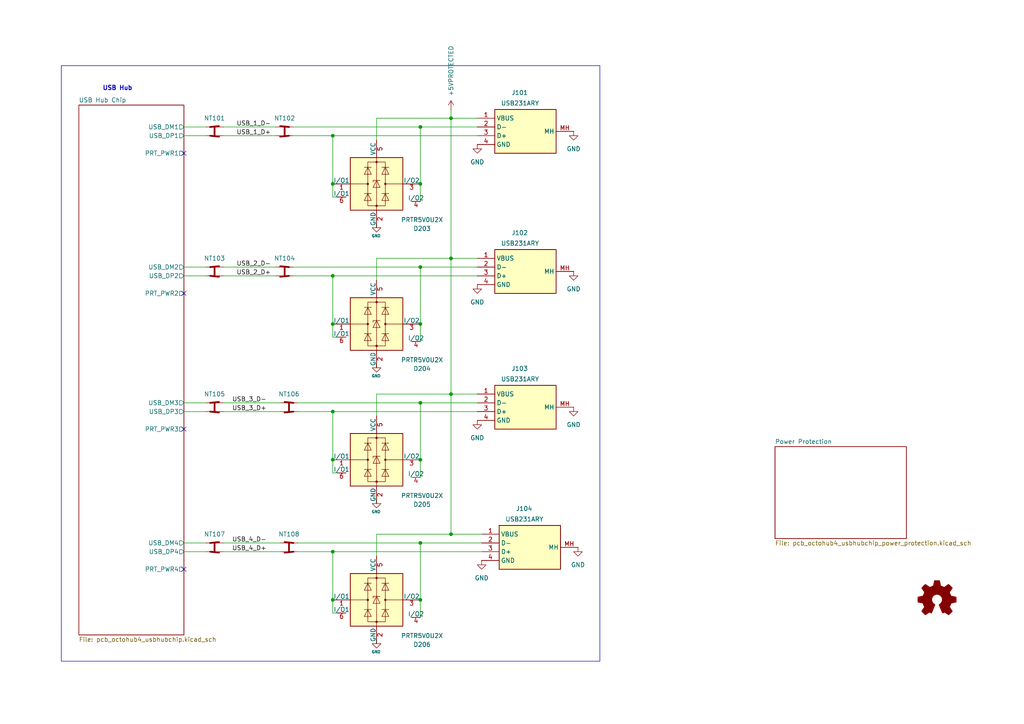
<source format=kicad_sch>
(kicad_sch (version 20250114) (generator "eeschema") (generator_version "9.0")
  (paper "A4")
  (title_block (title "Octohub4") (date "2026-01-11") (rev "0.1") (company "Hans Märki, Märki Informatik") (comment 1 "The MIT License (MIT)"))
  (lib_symbols
    (symbol "00_project_library:+5VPROTECTED" (power) (pin_numbers (hide yes)) (pin_names (offset 0) (hide yes))
      (property "Value" "IN+5V" (at 0 3.556 0))
      (symbol "+5VPROTECTED_0_1"
        (polyline (pts (xy -0.762 1.27) (xy 0 2.54)))
        (polyline (pts (xy 0 2.54) (xy 0.762 1.27)))
        (polyline (pts (xy 0 0) (xy 0 2.54)))
      )
      (symbol "+5VPROTECTED_1_1"
        (pin power_in line (at 0 0 90) (length 0) (name "~") (number "1"))
      )
    )
    (symbol "00_project_library:PRTR5V0U2X" (pin_names (offset 0))
      (property "Reference" "D" (at 2.794 8.636 0))
      (property "Value" "PRTR5V0U2X" (at 8.128 -9.398 0))
      (property "JLC" "C2937001" (at 0 0 0))
      (symbol "PRTR5V0U2X_0_1"
        (rectangle (start -7.62 7.62) (end 7.62 -7.62) (stroke (width 0.254)) (fill (type background)))
        (polyline (pts (xy -3.556 2.794) (xy -1.524 2.794) (xy -2.54 4.826) (xy -3.556 2.794)))
        (polyline (pts (xy -3.556 -4.826) (xy -1.524 -4.826) (xy -2.54 -2.794) (xy -3.556 -4.826)))
        (rectangle (start -2.54 6.35) (end 2.54 -6.35))
        (circle (center -2.54 0) (radius 0.254) (fill (type outline)))
        (polyline (pts (xy -2.54 0) (xy -7.62 0)))
        (polyline (pts (xy -1.524 4.826) (xy -3.556 4.826)))
        (polyline (pts (xy -1.524 -2.794) (xy -3.556 -2.794)))
        (polyline (pts (xy -1.016 -1.016) (xy 1.016 -1.016) (xy 0 1.016) (xy -1.016 -1.016)))
        (circle (center 0 6.35) (radius 0.254) (fill (type outline)))
        (circle (center 0 -6.35) (radius 0.254) (fill (type outline)))
        (polyline (pts (xy 0 -7.62) (xy 0 7.62)))
        (polyline (pts (xy 1.016 1.016) (xy -1.016 1.016) (xy -1.016 0.508)))
        (polyline (pts (xy 1.524 4.826) (xy 3.556 4.826)))
        (polyline (pts (xy 1.524 -2.794) (xy 3.556 -2.794)))
        (polyline (pts (xy 2.54 0) (xy 7.62 0)))
        (circle (center 2.54 0) (radius 0.254) (fill (type outline)))
        (polyline (pts (xy 3.556 2.794) (xy 1.524 2.794) (xy 2.54 4.826) (xy 3.556 2.794)))
        (polyline (pts (xy 3.556 -4.826) (xy 1.524 -4.826) (xy 2.54 -2.794) (xy 3.556 -4.826)))
      )
      (symbol "PRTR5V0U2X_1_0"
        (pin passive line (at -11.43 -3.81 0) (length 2.54) (name "I/O1") (number "6"))
        (pin passive line (at 12.7 -5.08 180) (length 2.54) (name "I/O2") (number "4"))
      )
      (symbol "PRTR5V0U2X_1_1"
        (pin passive line (at -12.7 0 0) (length 5.08) (name "I/O1") (number "1"))
        (pin passive line (at 0 12.7 270) (length 5.08) (name "VCC") (number "5"))
        (pin passive line (at 0 -12.7 90) (length 5.08) (name "GND") (number "2"))
        (pin passive line (at 12.7 0 180) (length 5.08) (name "I/O2") (number "3"))
      )
    )
    (symbol "00_project_library:USB231ARY"
      (property "Reference" "J" (at 9.906 8.128 0))
      (property "Value" "USB231ARY" (at 6.858 5.08 0))
      (symbol "USB231ARY_1_1"
        (rectangle (start 5.08 2.54) (end 22.86 -10.16) (stroke (width 0.254)) (fill (type background)))
        (pin passive line (at 0 0 0) (length 5.08) (name "VBUS") (number "1"))
        (pin passive line (at 0 -2.54 0) (length 5.08) (name "D-") (number "2"))
        (pin passive line (at 0 -5.08 0) (length 5.08) (name "D+") (number "3"))
        (pin passive line (at 0 -7.62 0) (length 5.08) (name "GND") (number "4"))
        (pin passive line (at 27.94 -3.81 180) (length 5.08) (name "MH") (number "MH"))
      )
    )
    (symbol "00_project_library:octoprobe_NetTie_USB_Differential" (pin_numbers (hide yes)) (pin_names (offset 0) (hide yes)) (in_bom no)
      (property "Reference" "NT" (at 0 1.27 0))
      (symbol "octoprobe_NetTie_USB_Differential_0_1"
        (polyline (pts (xy -1.27 0) (xy 1.27 0.254)) (stroke (width 0.508)))
        (polyline (pts (xy -1.27 -2.54) (xy 1.27 -2.794)) (stroke (width 0.508)))
        (polyline (pts (xy 0 -2.54) (xy 0 0)) (stroke (width 0.508)))
      )
      (symbol "octoprobe_NetTie_USB_Differential_1_1"
        (pin passive line (at -2.54 0 0) (length 2.54) (name "1") (number "1"))
        (pin passive line (at -2.54 -2.54 0) (length 2.54) (name "3") (number "3"))
        (pin passive line (at 2.54 0 180) (length 2.54) (name "2") (number "2"))
        (pin passive line (at 2.54 -2.54 180) (length 2.54) (name "4") (number "4"))
      )
    )
    (symbol "Graphic:Logo_Open_Hardware_Small" (in_bom no) (on_board no)
      (symbol "Logo_Open_Hardware_Small_0_1"
        (polyline (pts (xy 3.3528 -4.3434) (xy 3.302 -4.318) (xy 3.175 -4.2418) (xy 2.9972 -4.1148) (xy 2.7686 -3.9624) (xy 2.54 -3.81) (xy 2.3622 -3.7084) (xy 2.2352 -3.6068) (xy 2.1844 -3.5814) (xy 2.159 -3.6068) (xy 2.0574 -3.6576) (xy 1.905 -3.7338) (xy 1.8034 -3.7846) (xy 1.6764 -3.8354) (xy 1.6002 -3.8354) (xy 1.6002 -3.8354) (xy 1.5494 -3.7338) (xy 1.4732 -3.5306) (xy 1.3462 -3.302) (xy 1.2446 -3.0226) (xy 1.1176 -2.7178) (xy 0.9652 -2.413) (xy 0.8636 -2.1082) (xy 0.7366 -1.8288) (xy 0.6604 -1.6256) (xy 0.6096 -1.4732) (xy 0.5842 -1.397) (xy 0.5842 -1.397) (xy 0.6604 -1.3208) (xy 0.7874 -1.2446) (xy 1.0414 -1.016) (xy 1.2954 -0.6858) (xy 1.4478 -0.3302) (xy 1.524 0.0762) (xy 1.4732 0.4572) (xy 1.3208 0.8128) (xy 1.0668 1.143) (xy 0.762 1.3716) (xy 0.4064 1.524) (xy 0 1.5748) (xy -0.381 1.5494) (xy -0.7366 1.397) (xy -1.0668 1.143) (xy -1.2192 0.9906) (xy -1.397 0.6604) (xy -1.524 0.3048) (xy -1.524 0.2286) (xy -1.4986 -0.1778) (xy -1.397 -0.5334) (xy -1.1938 -0.8636) (xy -0.9144 -1.143) (xy -0.8636 -1.1684) (xy -0.7366 -1.27) (xy -0.635 -1.3462) (xy -0.5842 -1.397) (xy -1.0668 -2.5908) (xy -1.143 -2.794) (xy -1.2954 -3.1242) (xy -1.397 -3.4036) (xy -1.4986 -3.6322) (xy -1.5748 -3.7846) (xy -1.6002 -3.8354) (xy -1.6002 -3.8354) (xy -1.651 -3.8354) (xy -1.7272 -3.81) (xy -1.905 -3.7338) (xy -2.0066 -3.683) (xy -2.1336 -3.6068) (xy -2.2098 -3.5814) (xy -2.2606 -3.6068) (xy -2.3622 -3.683) (xy -2.54 -3.81) (xy -2.7686 -3.9624) (xy -2.9718 -4.0894) (xy -3.1496 -4.2164) (xy -3.302 -4.318) (xy -3.3528 -4.3434) (xy -3.3782 -4.3434) (xy -3.429 -4.318) (xy -3.5306 -4.2164) (xy -3.7084 -4.064) (xy -3.937 -3.8354) (xy -3.9624 -3.81) (xy -4.1656 -3.6068) (xy -4.318 -3.4544) (xy -4.4196 -3.3274) (xy -4.445 -3.2766) (xy -4.445 -3.2766) (xy -4.4196 -3.2258) (xy -4.318 -3.0734) (xy -4.2164 -2.8956) (xy -4.064 -2.667) (xy -3.6576 -2.0828) (xy -3.8862 -1.5494) (xy -3.937 -1.3716) (xy -4.0386 -1.1684) (xy -4.0894 -1.0414) (xy -4.1148 -0.9652) (xy -4.191 -0.9398) (xy -4.318 -0.9144) (xy -4.5466 -0.8636) (xy -4.8006 -0.8128) (xy -5.0546 -0.7874) (xy -5.2578 -0.7366) (xy -5.4356 -0.7112) (xy -5.5118 -0.6858) (xy -5.5118 -0.6858) (xy -5.5372 -0.635) (xy -5.5372 -0.5588) (xy -5.5372 -0.4318) (xy -5.5626 -0.2286) (xy -5.5626 0.0762) (xy -5.5626 0.127) (xy -5.5372 0.4064) (xy -5.5372 0.635) (xy -5.5372 0.762) (xy -5.5372 0.8382) (xy -5.5372 0.8382) (xy -5.461 0.8382) (xy -5.3086 0.889) (xy -5.08 0.9144) (xy -4.826 0.9652) (xy -4.8006 0.9906) (xy -4.5466 1.0414) (xy -4.318 1.0668) (xy -4.1656 1.1176) (xy -4.0894 1.143) (xy -4.0894 1.143) (xy -4.0386 1.2446) (xy -3.9624 1.4224) (xy -3.8608 1.6256) (xy -3.7846 1.8288) (xy -3.7084 2.0066) (xy -3.6576 2.159) (xy -3.6322 2.2098) (xy -3.6322 2.2098) (xy -3.683 2.286) (xy -3.7592 2.413) (xy -3.8862 2.5908) (xy -4.064 2.8194) (xy -4.064 2.8448) (xy -4.2164 3.0734) (xy -4.3434 3.2512) (xy -4.4196 3.3782) (xy -4.445 3.4544) (xy -4.445 3.4544) (xy -4.3942 3.5052) (xy -4.2926 3.6322) (xy -4.1148 3.81) (xy -3.937 4.0132) (xy -3.8608 4.064) (xy -3.6576 4.2926) (xy -3.5052 4.4196) (xy -3.4036 4.4958) (xy -3.3528 4.5212) (xy -3.3528 4.5212) (xy -3.302 4.4704) (xy -3.1496 4.3688) (xy -2.9718 4.2418) (xy -2.7432 4.0894) (xy -2.7178 4.0894) (xy -2.4892 3.937) (xy -2.3114 3.81) (xy -2.1844 3.7084) (xy -2.1336 3.683) (xy -2.1082 3.683) (xy -2.032 3.7084) (xy -1.8542 3.7592) (xy -1.6764 3.8354) (xy -1.4732 3.937) (xy -1.27 4.0132) (xy -1.143 4.064) (xy -1.0668 4.1148) (xy -1.0668 4.1148) (xy -1.0414 4.191) (xy -1.016 4.3434) (xy -0.9652 4.572) (xy -0.9144 4.8514) (xy -0.889 4.9022) (xy -0.8382 5.1562) (xy -0.8128 5.3848) (xy -0.7874 5.5372) (xy -0.762 5.588) (xy -0.7112 5.6134) (xy -0.5842 5.6134) (xy -0.4064 5.6134) (xy -0.1524 5.6134) (xy 0.0762 5.6134) (xy 0.3302 5.6134) (xy 0.5334 5.6134) (xy 0.6858 5.588) (xy 0.7366 5.588) (xy 0.7366 5.588) (xy 0.762 5.5118) (xy 0.8128 5.334) (xy 0.8382 5.1054) (xy 0.9144 4.826) (xy 0.9144 4.7752) (xy 0.9652 4.5212) (xy 1.016 4.2926) (xy 1.0414 4.1402) (xy 1.0668 4.0894) (xy 1.0668 4.0894) (xy 1.1938 4.0386) (xy 1.3716 3.9624) (xy 1.5748 3.8608) (xy 2.0828 3.6576) (xy 2.7178 4.0894) (xy 2.7686 4.1402) (xy 2.9972 4.2926) (xy 3.175 4.4196) (xy 3.302 4.4958) (xy 3.3782 4.5212) (xy 3.3782 4.5212) (xy 3.429 4.4704) (xy 3.556 4.3434) (xy 3.7338 4.191) (xy 3.9116 3.9878) (xy 4.064 3.8354) (xy 4.2418 3.6576) (xy 4.3434 3.556) (xy 4.4196 3.4798) (xy 4.4196 3.429) (xy 4.4196 3.4036) (xy 4.3942 3.3274) (xy 4.2926 3.2004) (xy 4.1656 2.9972) (xy 4.0132 2.794) (xy 3.8862 2.5908) (xy 3.7592 2.3876) (xy 3.6576 2.2352) (xy 3.6322 2.159) (xy 3.6322 2.1336) (xy 3.683 2.0066) (xy 3.7592 1.8288) (xy 3.8608 1.6002) (xy 4.064 1.1176) (xy 4.3942 1.0414) (xy 4.5974 1.016) (xy 4.8768 0.9652) (xy 5.1308 0.9144) (xy 5.5372 0.8382) (xy 5.5626 -0.6604) (xy 5.4864 -0.6858) (xy 5.4356 -0.6858) (xy 5.2832 -0.7366) (xy 5.0546 -0.762) (xy 4.8006 -0.8128) (xy 4.5974 -0.8636) (xy 4.3688 -0.9144) (xy 4.2164 -0.9398) (xy 4.1402 -0.9398) (xy 4.1148 -0.9652) (xy 4.064 -1.0668) (xy 3.9878 -1.2446) (xy 3.9116 -1.4478) (xy 3.81 -1.651) (xy 3.7338 -1.8542) (xy 3.683 -2.0066) (xy 3.6576 -2.0828) (xy 3.683 -2.1336) (xy 3.7846 -2.2606) (xy 3.8862 -2.4638) (xy 4.0386 -2.667) (xy 4.191 -2.8956) (xy 4.318 -3.0734) (xy 4.3942 -3.2004) (xy 4.445 -3.2766) (xy 4.4196 -3.3274) (xy 4.3434 -3.429) (xy 4.1656 -3.5814) (xy 3.937 -3.8354) (xy 3.8862 -3.8608) (xy 3.683 -4.064) (xy 3.5306 -4.2164) (xy 3.4036 -4.318) (xy 3.3528 -4.3434)) (fill (type outline)))
      )
    )
    (symbol "power:GND" (power) (pin_numbers (hide yes)) (pin_names (offset 0) (hide yes))
      (property "Value" "GND" (at 0 -3.81 0))
      (symbol "GND_0_1"
        (polyline (pts (xy 0 0) (xy 0 -1.27) (xy 1.27 -1.27) (xy 0 -2.54) (xy -1.27 -1.27) (xy 0 -1.27)))
      )
      (symbol "GND_1_1"
        (pin power_in line (at 0 0 270) (length 0) (name "~") (number "1"))
      )
    )
  )
  (rectangle (start 17.78 19.05) (end 173.99 191.77))
  (text "USB Hub" (at 29.718 26.416 0) (effects (font (size 1.27 1.27) (thickness 0.254) (bold yes)) (justify left bottom)))
  (junction (at 96.52 119.38))
  (junction (at 121.92 53.34))
  (junction (at 96.52 39.37))
  (junction (at 96.52 160.02))
  (junction (at 130.81 74.93))
  (junction (at 121.92 173.99))
  (junction (at 130.81 34.29))
  (junction (at 121.92 93.98))
  (junction (at 121.92 157.48))
  (junction (at 121.92 116.84))
  (junction (at 121.92 36.83))
  (junction (at 121.92 77.47))
  (junction (at 121.92 133.35))
  (junction (at 130.81 154.94))
  (junction (at 96.52 133.35))
  (junction (at 96.52 80.01))
  (junction (at 96.52 53.34))
  (junction (at 130.81 114.3))
  (junction (at 96.52 173.99))
  (junction (at 96.52 93.98))
  (no_connect (at 53.34 124.46))
  (no_connect (at 53.34 44.45))
  (no_connect (at 53.34 165.1))
  (no_connect (at 53.34 85.09))
  (wire (pts (xy 130.81 34.29) (xy 130.81 74.93)))
  (wire (pts (xy 121.92 173.99) (xy 121.92 179.07)))
  (wire (pts (xy 96.52 119.38) (xy 96.52 133.35)))
  (wire (pts (xy 64.77 160.02) (xy 81.28 160.02)))
  (wire (pts (xy 121.92 36.83) (xy 121.92 53.34)))
  (wire (pts (xy 96.52 57.15) (xy 96.52 53.34)))
  (wire (pts (xy 109.22 74.93) (xy 130.81 74.93)))
  (wire (pts (xy 85.09 80.01) (xy 96.52 80.01)))
  (wire (pts (xy 96.52 80.01) (xy 96.52 93.98)))
  (wire (pts (xy 53.34 119.38) (xy 59.69 119.38)))
  (wire (pts (xy 130.81 31.75) (xy 130.81 34.29)))
  (wire (pts (xy 109.22 105.41) (xy 109.22 106.68)))
  (wire (pts (xy 121.92 116.84) (xy 86.36 116.84)))
  (wire (pts (xy 139.7 160.02) (xy 96.52 160.02)))
  (wire (pts (xy 109.22 185.42) (xy 109.22 186.69)))
  (wire (pts (xy 53.34 80.01) (xy 59.69 80.01)))
  (wire (pts (xy 96.52 119.38) (xy 86.36 119.38)))
  (wire (pts (xy 53.34 116.84) (xy 59.69 116.84)))
  (wire (pts (xy 64.77 36.83) (xy 80.01 36.83)))
  (wire (pts (xy 121.92 77.47) (xy 138.43 77.47)))
  (wire (pts (xy 121.92 77.47) (xy 121.92 93.98)))
  (wire (pts (xy 130.81 154.94) (xy 139.7 154.94)))
  (wire (pts (xy 139.7 157.48) (xy 121.92 157.48)))
  (wire (pts (xy 96.52 137.16) (xy 97.79 137.16)))
  (wire (pts (xy 121.92 157.48) (xy 86.36 157.48)))
  (wire (pts (xy 96.52 97.79) (xy 96.52 93.98)))
  (wire (pts (xy 96.52 39.37) (xy 96.52 53.34)))
  (wire (pts (xy 121.92 116.84) (xy 121.92 133.35)))
  (wire (pts (xy 130.81 34.29) (xy 138.43 34.29)))
  (wire (pts (xy 109.22 154.94) (xy 130.81 154.94)))
  (wire (pts (xy 109.22 161.29) (xy 109.22 154.94)))
  (wire (pts (xy 109.22 114.3) (xy 130.81 114.3)))
  (wire (pts (xy 109.22 34.29) (xy 130.81 34.29)))
  (wire (pts (xy 96.52 80.01) (xy 138.43 80.01)))
  (wire (pts (xy 109.22 81.28) (xy 109.22 74.93)))
  (wire (pts (xy 53.34 36.83) (xy 59.69 36.83)))
  (wire (pts (xy 64.77 119.38) (xy 81.28 119.38)))
  (wire (pts (xy 130.81 74.93) (xy 138.43 74.93)))
  (wire (pts (xy 109.22 64.77) (xy 109.22 66.04)))
  (wire (pts (xy 109.22 40.64) (xy 109.22 34.29)))
  (wire (pts (xy 109.22 120.65) (xy 109.22 114.3)))
  (wire (pts (xy 121.92 93.98) (xy 121.92 99.06)))
  (wire (pts (xy 121.92 36.83) (xy 138.43 36.83)))
  (wire (pts (xy 53.34 77.47) (xy 59.69 77.47)))
  (wire (pts (xy 64.77 80.01) (xy 80.01 80.01)))
  (wire (pts (xy 96.52 160.02) (xy 86.36 160.02)))
  (wire (pts (xy 85.09 77.47) (xy 121.92 77.47)))
  (wire (pts (xy 96.52 57.15) (xy 97.79 57.15)))
  (wire (pts (xy 85.09 39.37) (xy 96.52 39.37)))
  (wire (pts (xy 121.92 53.34) (xy 121.92 58.42)))
  (wire (pts (xy 53.34 39.37) (xy 59.69 39.37)))
  (wire (pts (xy 53.34 160.02) (xy 59.69 160.02)))
  (wire (pts (xy 121.92 133.35) (xy 121.92 138.43)))
  (wire (pts (xy 64.77 39.37) (xy 80.01 39.37)))
  (wire (pts (xy 85.09 36.83) (xy 121.92 36.83)))
  (wire (pts (xy 96.52 97.79) (xy 97.79 97.79)))
  (wire (pts (xy 96.52 39.37) (xy 138.43 39.37)))
  (wire (pts (xy 121.92 157.48) (xy 121.92 173.99)))
  (wire (pts (xy 53.34 157.48) (xy 59.69 157.48)))
  (wire (pts (xy 138.43 119.38) (xy 96.52 119.38)))
  (wire (pts (xy 130.81 114.3) (xy 130.81 154.94)))
  (wire (pts (xy 96.52 137.16) (xy 96.52 133.35)))
  (wire (pts (xy 64.77 157.48) (xy 81.28 157.48)))
  (wire (pts (xy 138.43 116.84) (xy 121.92 116.84)))
  (wire (pts (xy 130.81 74.93) (xy 130.81 114.3)))
  (wire (pts (xy 64.77 77.47) (xy 80.01 77.47)))
  (wire (pts (xy 109.22 144.78) (xy 109.22 146.05)))
  (wire (pts (xy 64.77 116.84) (xy 81.28 116.84)))
  (wire (pts (xy 96.52 177.8) (xy 97.79 177.8)))
  (wire (pts (xy 96.52 160.02) (xy 96.52 173.99)))
  (wire (pts (xy 96.52 177.8) (xy 96.52 173.99)))
  (wire (pts (xy 130.81 114.3) (xy 138.43 114.3)))
  (label "USB_4_D-" (at 67.31 157.48 0))
  (label "USB_1_D-" (at 68.58 36.83 0))
  (label "USB_1_D+" (at 68.58 39.37 0))
  (label "USB_4_D+" (at 67.31 160.02 0))
  (label "USB_3_D-" (at 67.31 116.84 0))
  (label "USB_2_D+" (at 68.58 80.01 0))
  (label "USB_2_D-" (at 68.58 77.47 0))
  (label "USB_3_D+" (at 67.31 119.38 0))
  (symbol (lib_id "power:GND") (at 166.37 78.74 0) (unit 1)
    (property "Reference" "#PWR0220" (effects (hide yes)))
    (property "Value" "GND" (at 166.37 83.82 0))
    (property "Description" "Power symbol creates a global label with name \"GND\" , ground" (effects (hide yes)))
  )
  (symbol (lib_id "power:GND") (at 139.7 162.56 0) (unit 1)
    (property "Reference" "#PWR0218" (effects (hide yes)))
    (property "Value" "GND" (at 139.7 167.64 0))
    (property "Description" "Power symbol creates a global label with name \"GND\" , ground" (effects (hide yes)))
  )
  (symbol (lib_id "00_project_library:octoprobe_NetTie_USB_Differential") (at 62.23 119.38 0) (mirror x) (unit 1) (in_bom no)
    (property "Reference" "NT105" (at 62.23 114.3 0))
    (property "Value" "octoprobe_NetTie_USB_Differential" (effects (hide yes)))
    (property "Footprint" "00_project_library:octoprobe_NetTie_USB_Differential" (effects (hide yes)))
    (property "Description" "Net tie, 4 pins" (effects (hide yes)))
  )
  (symbol (lib_id "00_project_library:octoprobe_NetTie_USB_Differential") (at 82.55 36.83 0) (mirror y) (unit 1) (in_bom no)
    (property "Reference" "NT102" (at 82.55 34.29 0))
    (property "Value" "octoprobe_NetTie_USB_Differential" (effects (hide yes)))
    (property "Footprint" "00_project_library:octoprobe_NetTie_USB_Differential" (effects (hide yes)))
    (property "Description" "Net tie, 4 pins" (effects (hide yes)))
  )
  (symbol (lib_id "00_project_library:+5VPROTECTED") (at 130.81 31.75 0) (unit 1)
    (property "Reference" "#PWR0215" (effects (hide yes)))
    (property "Value" "+5VPROTECTED" (at 130.8099 27.94 90) (effects (justify left)))
  )
  (symbol (lib_id "00_project_library:PRTR5V0U2X") (at 109.22 173.99 0) (unit 1)
    (property "Reference" "D206" (at 122.428 186.944 0))
    (property "Value" "PRTR5V0U2X" (at 122.428 184.404 0))
    (property "Footprint" "Package_SON:Texas_USON-6_1x1.45mm_P0.5mm_SMD" (effects (hide yes)))
    (property "Datasheet" "https://wmsc.lcsc.com/wmsc/upload/file/pdf/v2/lcsc/2201121800_TECH-PUBLIC-PRTR5V0U2F_C2937001.pdf" (effects (hide yes)))
    (property "Description" "Ultra low capacitance double rail-to-rail ESD protection diode, SON-6(1x1.5)" (effects (hide yes)))
    (property "JLC" "C2937001" (effects (hide yes)))
  )
  (symbol (lib_id "00_project_library:PRTR5V0U2X") (at 109.22 133.35 0) (unit 1)
    (property "Reference" "D205" (at 122.428 146.304 0))
    (property "Value" "PRTR5V0U2X" (at 122.428 143.764 0))
    (property "Footprint" "Package_SON:Texas_USON-6_1x1.45mm_P0.5mm_SMD" (effects (hide yes)))
    (property "Datasheet" "https://wmsc.lcsc.com/wmsc/upload/file/pdf/v2/lcsc/2201121800_TECH-PUBLIC-PRTR5V0U2F_C2937001.pdf" (effects (hide yes)))
    (property "Description" "Ultra low capacitance double rail-to-rail ESD protection diode, SON-6(1x1.5)" (effects (hide yes)))
    (property "JLC" "C2937001" (effects (hide yes)))
  )
  (symbol (lib_id "00_project_library:USB231ARY") (at 139.7 154.94 0) (unit 1)
    (property "Reference" "J104" (at 149.606 146.812 0) (effects (justify left top)))
    (property "Value" "USB231ARY" (at 146.558 149.86 0) (effects (justify left top)))
    (property "Footprint" "00_project_library:USB231ARY" (effects (hide yes)))
    (property "Datasheet" "https://wmsc.lcsc.com/wmsc/upload/file/pdf/v2/lcsc/2310231710_XUNPU-USB-226-BRW_C720524.pdf" (effects (hide yes)))
    (property "Description" "19.414.67.1mm USB Connectors ROHS 4 pin USB 2.0 DC 30V 1.5 A" (effects (hide yes)))
    (property "Height" "13.75" (effects (hide yes)))
    (property "Manufacturer_Name" "XUNPU" (effects (hide yes)))
    (property "Manufacturer_Part_Number" "USB-226-BRW" (effects (hide yes)))
    (property "JLC" "C720525" (effects (hide yes)))
    (property "Datasheet_alt" "https://datasheet.lcsc.com/lcsc/2008111235_XUNPU-USB-226-BRW_C720524.pdf" (effects (hide yes)))
  )
  (symbol (lib_id "power:GND") (at 109.22 144.78 0) (unit 1)
    (property "Reference" "#PWR0226" (effects (hide yes)))
    (property "Value" "GND" (at 109.093 148.4122 0) (effects (font (size 0.8 0.8))))
    (property "Description" "Power symbol creates a global label with name \"GND\" , ground" (effects (hide yes)))
  )
  (symbol (lib_id "power:GND") (at 109.22 185.42 0) (unit 1)
    (property "Reference" "#PWR0227" (effects (hide yes)))
    (property "Value" "GND" (at 109.093 189.0522 0) (effects (font (size 0.8 0.8))))
    (property "Description" "Power symbol creates a global label with name \"GND\" , ground" (effects (hide yes)))
  )
  (symbol (lib_id "power:GND") (at 138.43 82.55 0) (unit 1)
    (property "Reference" "#PWR0216" (effects (hide yes)))
    (property "Value" "GND" (at 138.43 87.63 0))
    (property "Description" "Power symbol creates a global label with name \"GND\" , ground" (effects (hide yes)))
  )
  (symbol (lib_id "00_project_library:PRTR5V0U2X") (at 109.22 53.34 0) (unit 1)
    (property "Reference" "D203" (at 122.428 66.294 0))
    (property "Value" "PRTR5V0U2X" (at 122.428 63.754 0))
    (property "Footprint" "Package_SON:Texas_USON-6_1x1.45mm_P0.5mm_SMD" (effects (hide yes)))
    (property "Datasheet" "https://wmsc.lcsc.com/wmsc/upload/file/pdf/v2/lcsc/2201121800_TECH-PUBLIC-PRTR5V0U2F_C2937001.pdf" (effects (hide yes)))
    (property "Description" "Ultra low capacitance double rail-to-rail ESD protection diode, SON-6(1x1.5)" (effects (hide yes)))
    (property "JLC" "C2937001" (effects (hide yes)))
  )
  (symbol (lib_id "00_project_library:octoprobe_NetTie_USB_Differential") (at 62.23 39.37 0) (mirror x) (unit 1) (in_bom no)
    (property "Reference" "NT101" (at 62.23 34.29 0))
    (property "Value" "octoprobe_NetTie_USB_Differential" (effects (hide yes)))
    (property "Footprint" "00_project_library:octoprobe_NetTie_USB_Differential" (effects (hide yes)))
    (property "Description" "Net tie, 4 pins" (effects (hide yes)))
  )
  (symbol (lib_id "00_project_library:octoprobe_NetTie_USB_Differential") (at 83.82 157.48 0) (mirror y) (unit 1) (in_bom no)
    (property "Reference" "NT108" (at 83.82 154.94 0))
    (property "Value" "octoprobe_NetTie_USB_Differential" (effects (hide yes)))
    (property "Footprint" "00_project_library:octoprobe_NetTie_USB_Differential" (effects (hide yes)))
    (property "Description" "Net tie, 4 pins" (effects (hide yes)))
  )
  (symbol (lib_id "00_project_library:USB231ARY") (at 138.43 114.3 0) (unit 1)
    (property "Reference" "J103" (at 148.336 106.172 0) (effects (justify left top)))
    (property "Value" "USB231ARY" (at 145.288 109.22 0) (effects (justify left top)))
    (property "Footprint" "00_project_library:USB231ARY" (effects (hide yes)))
    (property "Datasheet" "https://wmsc.lcsc.com/wmsc/upload/file/pdf/v2/lcsc/2310231710_XUNPU-USB-226-BRW_C720524.pdf" (effects (hide yes)))
    (property "Description" "19.414.67.1mm USB Connectors ROHS 4 pin USB 2.0 DC 30V 1.5 A" (effects (hide yes)))
    (property "Height" "13.75" (effects (hide yes)))
    (property "Manufacturer_Name" "XUNPU" (effects (hide yes)))
    (property "Manufacturer_Part_Number" "USB-226-BRW" (effects (hide yes)))
    (property "JLC" "C720525" (effects (hide yes)))
    (property "Datasheet_alt" "https://datasheet.lcsc.com/lcsc/2008111235_XUNPU-USB-226-BRW_C720524.pdf" (effects (hide yes)))
  )
  (symbol (lib_id "00_project_library:octoprobe_NetTie_USB_Differential") (at 82.55 77.47 0) (mirror y) (unit 1) (in_bom no)
    (property "Reference" "NT104" (at 82.55 74.93 0))
    (property "Value" "octoprobe_NetTie_USB_Differential" (effects (hide yes)))
    (property "Footprint" "00_project_library:octoprobe_NetTie_USB_Differential" (effects (hide yes)))
    (property "Description" "Net tie, 4 pins" (effects (hide yes)))
  )
  (symbol (lib_id "power:GND") (at 138.43 121.92 0) (unit 1)
    (property "Reference" "#PWR0217" (effects (hide yes)))
    (property "Value" "GND" (at 138.43 127 0))
    (property "Description" "Power symbol creates a global label with name \"GND\" , ground" (effects (hide yes)))
  )
  (symbol (lib_id "power:GND") (at 109.22 64.77 0) (unit 1)
    (property "Reference" "#PWR0224" (effects (hide yes)))
    (property "Value" "GND" (at 109.093 68.4022 0) (effects (font (size 0.8 0.8))))
    (property "Description" "Power symbol creates a global label with name \"GND\" , ground" (effects (hide yes)))
  )
  (symbol (lib_id "power:GND") (at 166.37 38.1 0) (unit 1)
    (property "Reference" "#PWR0219" (effects (hide yes)))
    (property "Value" "GND" (at 166.37 43.18 0))
    (property "Description" "Power symbol creates a global label with name \"GND\" , ground" (effects (hide yes)))
  )
  (symbol (lib_id "power:GND") (at 167.64 158.75 0) (unit 1)
    (property "Reference" "#PWR0222" (effects (hide yes)))
    (property "Value" "GND" (at 167.64 163.83 0))
    (property "Description" "Power symbol creates a global label with name \"GND\" , ground" (effects (hide yes)))
  )
  (symbol (lib_id "power:GND") (at 166.37 118.11 0) (unit 1)
    (property "Reference" "#PWR0221" (effects (hide yes)))
    (property "Value" "GND" (at 166.37 123.19 0))
    (property "Description" "Power symbol creates a global label with name \"GND\" , ground" (effects (hide yes)))
  )
  (symbol (lib_id "00_project_library:USB231ARY") (at 138.43 34.29 0) (unit 1)
    (property "Reference" "J101" (at 148.336 26.162 0) (effects (justify left top)))
    (property "Value" "USB231ARY" (at 145.288 29.21 0) (effects (justify left top)))
    (property "Footprint" "00_project_library:USB231ARY" (effects (hide yes)))
    (property "Datasheet" "https://wmsc.lcsc.com/wmsc/upload/file/pdf/v2/lcsc/2310231710_XUNPU-USB-226-BRW_C720524.pdf" (effects (hide yes)))
    (property "Description" "19.414.67.1mm USB Connectors ROHS 4 pin USB 2.0 DC 30V 1.5 A" (effects (hide yes)))
    (property "Height" "13.75" (effects (hide yes)))
    (property "Manufacturer_Name" "XUNPU" (effects (hide yes)))
    (property "Manufacturer_Part_Number" "USB-226-BRW" (effects (hide yes)))
    (property "JLC" "C720525" (effects (hide yes)))
    (property "Datasheet_alt" "https://datasheet.lcsc.com/lcsc/2008111235_XUNPU-USB-226-BRW_C720524.pdf" (effects (hide yes)))
  )
  (symbol (lib_id "00_project_library:octoprobe_NetTie_USB_Differential") (at 62.23 160.02 0) (mirror x) (unit 1) (in_bom no)
    (property "Reference" "NT107" (at 62.23 154.94 0))
    (property "Value" "octoprobe_NetTie_USB_Differential" (effects (hide yes)))
    (property "Footprint" "00_project_library:octoprobe_NetTie_USB_Differential" (effects (hide yes)))
    (property "Description" "Net tie, 4 pins" (effects (hide yes)))
  )
  (symbol (lib_id "00_project_library:octoprobe_NetTie_USB_Differential") (at 83.82 116.84 0) (mirror y) (unit 1) (in_bom no)
    (property "Reference" "NT106" (at 83.82 114.3 0))
    (property "Value" "octoprobe_NetTie_USB_Differential" (effects (hide yes)))
    (property "Footprint" "00_project_library:octoprobe_NetTie_USB_Differential" (effects (hide yes)))
    (property "Description" "Net tie, 4 pins" (effects (hide yes)))
  )
  (symbol (lib_id "Graphic:Logo_Open_Hardware_Small") (at 271.78 173.99 0) (unit 1) (in_bom no)
    (property "Reference" "Logo_open_hardware101" (effects (hide yes)))
    (property "Value" "Logo_Open_Hardware_Small" (effects (hide yes)))
    (property "Footprint" "Symbol:OSHW-Logo2_9.8x8mm_SilkScreen" (effects (hide yes)))
    (property "Description" "Open Hardware logo, small" (effects (hide yes)))
  )
  (symbol (lib_id "power:GND") (at 109.22 105.41 0) (unit 1)
    (property "Reference" "#PWR0225" (effects (hide yes)))
    (property "Value" "GND" (at 109.093 109.0422 0) (effects (font (size 0.8 0.8))))
    (property "Description" "Power symbol creates a global label with name \"GND\" , ground" (effects (hide yes)))
  )
  (symbol (lib_id "00_project_library:USB231ARY") (at 138.43 74.93 0) (unit 1)
    (property "Reference" "J102" (at 148.336 66.802 0) (effects (justify left top)))
    (property "Value" "USB231ARY" (at 145.288 69.85 0) (effects (justify left top)))
    (property "Footprint" "00_project_library:USB231ARY" (effects (hide yes)))
    (property "Datasheet" "https://wmsc.lcsc.com/wmsc/upload/file/pdf/v2/lcsc/2310231710_XUNPU-USB-226-BRW_C720524.pdf" (effects (hide yes)))
    (property "Description" "19.414.67.1mm USB Connectors ROHS 4 pin USB 2.0 DC 30V 1.5 A" (effects (hide yes)))
    (property "Height" "13.75" (effects (hide yes)))
    (property "Manufacturer_Name" "XUNPU" (effects (hide yes)))
    (property "Manufacturer_Part_Number" "USB-226-BRW" (effects (hide yes)))
    (property "JLC" "C720525" (effects (hide yes)))
    (property "Datasheet_alt" "https://datasheet.lcsc.com/lcsc/2008111235_XUNPU-USB-226-BRW_C720524.pdf" (effects (hide yes)))
  )
  (symbol (lib_id "00_project_library:PRTR5V0U2X") (at 109.22 93.98 0) (unit 1)
    (property "Reference" "D204" (at 122.428 106.934 0))
    (property "Value" "PRTR5V0U2X" (at 122.428 104.394 0))
    (property "Footprint" "Package_SON:Texas_USON-6_1x1.45mm_P0.5mm_SMD" (effects (hide yes)))
    (property "Datasheet" "https://wmsc.lcsc.com/wmsc/upload/file/pdf/v2/lcsc/2201121800_TECH-PUBLIC-PRTR5V0U2F_C2937001.pdf" (effects (hide yes)))
    (property "Description" "Ultra low capacitance double rail-to-rail ESD protection diode, SON-6(1x1.5)" (effects (hide yes)))
    (property "JLC" "C2937001" (effects (hide yes)))
  )
  (symbol (lib_id "00_project_library:octoprobe_NetTie_USB_Differential") (at 62.23 80.01 0) (mirror x) (unit 1) (in_bom no)
    (property "Reference" "NT103" (at 62.23 74.93 0))
    (property "Value" "octoprobe_NetTie_USB_Differential" (effects (hide yes)))
    (property "Footprint" "00_project_library:octoprobe_NetTie_USB_Differential" (effects (hide yes)))
    (property "Description" "Net tie, 4 pins" (effects (hide yes)))
  )
  (symbol (lib_id "power:GND") (at 138.43 41.91 0) (unit 1)
    (property "Reference" "#PWR0204" (effects (hide yes)))
    (property "Value" "GND" (at 138.43 46.99 0))
    (property "Description" "Power symbol creates a global label with name \"GND\" , ground" (effects (hide yes)))
  )
  (sheet (at 224.79 129.54) (size 38.1 26.67) (stroke (width 0.1524))
    (property "Sheetname" "Power Protection" (at 224.79 128.8284 0) (effects (justify left bottom)))
    (property "Sheetfile" "pcb_octohub4_usbhubchip_power_protection.kicad_sch" (at 224.79 156.7946 0) (effects (justify left top)))
  )
  (sheet (at 22.86 30.48) (size 30.48 153.67) (stroke (width 0.1524))
    (property "Sheetname" "USB Hub Chip" (at 22.86 29.7684 0) (effects (justify left bottom)))
    (property "Sheetfile" "pcb_octohub4_usbhubchip.kicad_sch" (at 22.86 184.7346 0) (effects (justify left top)))
    (pin "USB_DM1" output (at 53.34 36.83 0))
    (pin "USB_DP1" output (at 53.34 39.37 0))
    (pin "PRT_PWR1" output (at 53.34 44.45 0))
    (pin "PRT_PWR2" output (at 53.34 85.09 0))
    (pin "USB_DM2" output (at 53.34 77.47 0))
    (pin "USB_DP2" output (at 53.34 80.01 0))
    (pin "USB_DP3" output (at 53.34 119.38 0))
    (pin "USB_DM3" output (at 53.34 116.84 0))
    (pin "USB_DP4" output (at 53.34 160.02 0))
    (pin "PRT_PWR4" output (at 53.34 165.1 0))
    (pin "PRT_PWR3" output (at 53.34 124.46 0))
    (pin "USB_DM4" output (at 53.34 157.48 0))
  )
)
</source>
